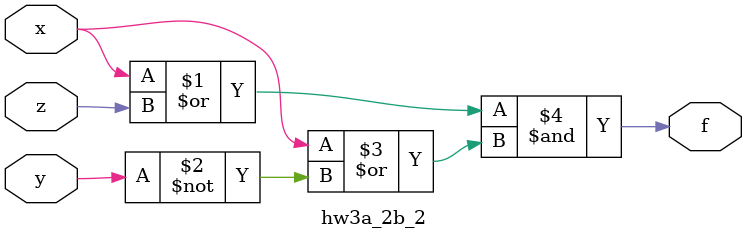
<source format=v>
`timescale 1ns / 1ps


module hw3a_2b_2(f, x, y, z);
    input x, y, z;
     output f;
  assign f = (x | z) & (x | (~y));
endmodule

</source>
